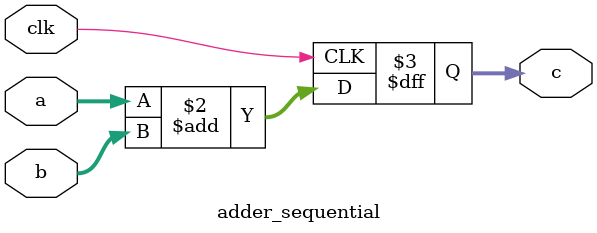
<source format=v>
module adder_sequential 
(
    clk,     // clock
    a,b,     // inputs
    c        // outputs
);

    input wire        clk;
    input wire [31:0] a,b;
    output reg [31:0] c;

    always @(posedge clk) begin
        c <= a + b;       
    end

endmodule
</source>
